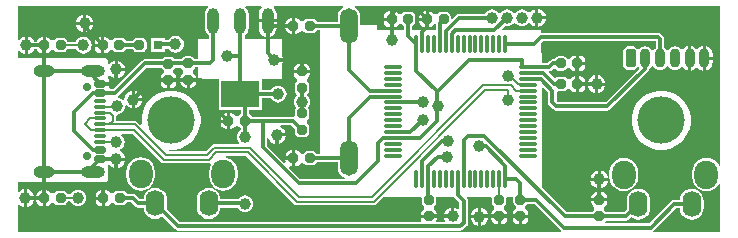
<source format=gtl>
G04 Layer_Physical_Order=1*
G04 Layer_Color=255*
%FSLAX43Y43*%
%MOMM*%
G71*
G01*
G75*
G04:AMPARAMS|DCode=10|XSize=0.8mm|YSize=0.8mm|CornerRadius=0.2mm|HoleSize=0mm|Usage=FLASHONLY|Rotation=90.000|XOffset=0mm|YOffset=0mm|HoleType=Round|Shape=RoundedRectangle|*
%AMROUNDEDRECTD10*
21,1,0.800,0.400,0,0,90.0*
21,1,0.400,0.800,0,0,90.0*
1,1,0.400,0.200,0.200*
1,1,0.400,0.200,-0.200*
1,1,0.400,-0.200,-0.200*
1,1,0.400,-0.200,0.200*
%
%ADD10ROUNDEDRECTD10*%
G04:AMPARAMS|DCode=11|XSize=0.3mm|YSize=1mm|CornerRadius=0.075mm|HoleSize=0mm|Usage=FLASHONLY|Rotation=270.000|XOffset=0mm|YOffset=0mm|HoleType=Round|Shape=RoundedRectangle|*
%AMROUNDEDRECTD11*
21,1,0.300,0.850,0,0,270.0*
21,1,0.150,1.000,0,0,270.0*
1,1,0.150,-0.425,-0.075*
1,1,0.150,-0.425,0.075*
1,1,0.150,0.425,0.075*
1,1,0.150,0.425,-0.075*
%
%ADD11ROUNDEDRECTD11*%
G04:AMPARAMS|DCode=12|XSize=0.6mm|YSize=1mm|CornerRadius=0.15mm|HoleSize=0mm|Usage=FLASHONLY|Rotation=270.000|XOffset=0mm|YOffset=0mm|HoleType=Round|Shape=RoundedRectangle|*
%AMROUNDEDRECTD12*
21,1,0.600,0.700,0,0,270.0*
21,1,0.300,1.000,0,0,270.0*
1,1,0.300,-0.350,-0.150*
1,1,0.300,-0.350,0.150*
1,1,0.300,0.350,0.150*
1,1,0.300,0.350,-0.150*
%
%ADD12ROUNDEDRECTD12*%
G04:AMPARAMS|DCode=13|XSize=0.8mm|YSize=0.8mm|CornerRadius=0.2mm|HoleSize=0mm|Usage=FLASHONLY|Rotation=180.000|XOffset=0mm|YOffset=0mm|HoleType=Round|Shape=RoundedRectangle|*
%AMROUNDEDRECTD13*
21,1,0.800,0.400,0,0,180.0*
21,1,0.400,0.800,0,0,180.0*
1,1,0.400,-0.200,0.200*
1,1,0.400,0.200,0.200*
1,1,0.400,0.200,-0.200*
1,1,0.400,-0.200,-0.200*
%
%ADD13ROUNDEDRECTD13*%
%ADD14R,0.800X0.800*%
%ADD15R,3.200X2.200*%
%ADD16O,1.000X2.200*%
%ADD17O,1.500X3.000*%
%ADD18O,1.600X0.300*%
%ADD19O,0.300X1.600*%
%ADD20C,0.300*%
%ADD21C,0.200*%
%ADD22C,0.700*%
%ADD23O,2.000X1.000*%
%ADD24O,1.800X1.000*%
%ADD25C,4.000*%
%ADD26O,1.600X2.200*%
%ADD27O,2.000X2.400*%
G04:AMPARAMS|DCode=28|XSize=0.9mm|YSize=1.6mm|CornerRadius=0mm|HoleSize=0mm|Usage=FLASHONLY|Rotation=0.000|XOffset=0mm|YOffset=0mm|HoleType=Round|Shape=Octagon|*
%AMOCTAGOND28*
4,1,8,-0.225,0.800,0.225,0.800,0.450,0.575,0.450,-0.575,0.225,-0.800,-0.225,-0.800,-0.450,-0.575,-0.450,0.575,-0.225,0.800,0.0*
%
%ADD28OCTAGOND28*%

%ADD29O,0.900X1.600*%
%ADD30C,1.000*%
%ADD31C,0.600*%
G36*
X53426Y98617D02*
X53396Y98605D01*
X53197Y98453D01*
X53045Y98254D01*
X52949Y98023D01*
X52917Y97775D01*
Y97382D01*
X51126D01*
X51038Y97513D01*
X50906Y97602D01*
X50750Y97633D01*
X50350D01*
X50194Y97602D01*
X50062Y97513D01*
X50003Y97425D01*
X49762D01*
X49677Y97552D01*
X49527Y97653D01*
X49350Y97688D01*
X49277D01*
Y97025D01*
Y96362D01*
X49350D01*
X49527Y96397D01*
X49677Y96498D01*
X49762Y96625D01*
X50003D01*
X50062Y96537D01*
X50194Y96448D01*
X50350Y96417D01*
X50750D01*
X50906Y96448D01*
X51038Y96537D01*
X51126Y96668D01*
X51450D01*
Y86182D01*
X51126D01*
X51038Y86313D01*
X50906Y86402D01*
X50750Y86433D01*
X50350D01*
X50194Y86402D01*
X50062Y86313D01*
X50003Y86225D01*
X49762D01*
X49677Y86352D01*
X49527Y86453D01*
X49350Y86488D01*
X49277D01*
Y85825D01*
Y85162D01*
X49350D01*
X49527Y85197D01*
X49677Y85298D01*
X49762Y85425D01*
X50003D01*
X50062Y85337D01*
X50194Y85248D01*
X50350Y85217D01*
X50750D01*
X50906Y85248D01*
X51038Y85337D01*
X51126Y85468D01*
X52917D01*
Y85075D01*
X52949Y84827D01*
X53045Y84596D01*
X53197Y84397D01*
X53396Y84245D01*
X53544Y84184D01*
X53519Y84057D01*
X49748D01*
X48769Y85036D01*
X48772Y85068D01*
X48910Y85170D01*
X48950Y85162D01*
X49023D01*
Y85698D01*
X48487D01*
Y85625D01*
X48495Y85585D01*
X48393Y85447D01*
X48361Y85444D01*
X46907Y86898D01*
Y87533D01*
X47034Y87559D01*
X47091Y87420D01*
X47212Y87262D01*
X47370Y87141D01*
X47553Y87065D01*
X47623Y87056D01*
Y87800D01*
X47750D01*
Y87927D01*
X48494D01*
X48485Y87997D01*
X48409Y88180D01*
X48288Y88338D01*
X48130Y88459D01*
X48052Y88491D01*
X48077Y88618D01*
X48989D01*
X49276Y88331D01*
Y88028D01*
X49307Y87872D01*
X49396Y87740D01*
X49528Y87651D01*
X49684Y87620D01*
X50084D01*
X50240Y87651D01*
X50372Y87740D01*
X50461Y87872D01*
X50492Y88028D01*
Y88428D01*
X50461Y88584D01*
X50372Y88716D01*
X50284Y88775D01*
Y89081D01*
X50372Y89140D01*
X50461Y89272D01*
X50492Y89428D01*
Y89828D01*
X50461Y89984D01*
X50379Y90107D01*
X50486Y90247D01*
X50557Y90417D01*
X50581Y90600D01*
X50557Y90783D01*
X50486Y90953D01*
X50374Y91099D01*
X50345Y91122D01*
X50350Y91278D01*
X50363Y91287D01*
X50452Y91419D01*
X50483Y91575D01*
Y91975D01*
X50452Y92131D01*
X50363Y92263D01*
X50275Y92322D01*
Y92563D01*
X50402Y92648D01*
X50503Y92798D01*
X50538Y92975D01*
Y93048D01*
X49212D01*
Y92975D01*
X49247Y92798D01*
X49348Y92648D01*
X49475Y92563D01*
Y92322D01*
X49387Y92263D01*
X49298Y92131D01*
X49267Y91975D01*
Y91575D01*
X49298Y91419D01*
X49387Y91287D01*
X49421Y91264D01*
X49425Y91137D01*
X49376Y91099D01*
X49264Y90953D01*
X49193Y90783D01*
X49169Y90600D01*
X49193Y90417D01*
X49264Y90247D01*
X49376Y90101D01*
X49382Y90096D01*
X49307Y89984D01*
X49276Y89828D01*
Y89434D01*
X49275Y89427D01*
X49167Y89326D01*
X49137Y89332D01*
X45626D01*
X45538Y89463D01*
X45407Y89551D01*
Y89950D01*
X46475D01*
Y90893D01*
X47266D01*
X47376Y90751D01*
X47522Y90639D01*
X47692Y90568D01*
X47875Y90544D01*
X48058Y90568D01*
X48228Y90639D01*
X48374Y90751D01*
X48486Y90897D01*
X48557Y91067D01*
X48581Y91250D01*
X48557Y91433D01*
X48486Y91603D01*
X48374Y91749D01*
X48228Y91861D01*
X48058Y91932D01*
X47875Y91956D01*
X47692Y91932D01*
X47522Y91861D01*
X47376Y91749D01*
X47266Y91607D01*
X46475D01*
Y92550D01*
X46602Y92550D01*
X48231D01*
Y93909D01*
X48260Y93978D01*
X48286Y94175D01*
X48260Y94372D01*
X48231Y94441D01*
Y95950D01*
X45032D01*
Y96241D01*
X45174Y96351D01*
X45286Y96497D01*
X45357Y96667D01*
X45381Y96850D01*
Y98050D01*
X45357Y98233D01*
X45286Y98403D01*
X45174Y98549D01*
X45086Y98617D01*
X45129Y98744D01*
X46432D01*
X46476Y98617D01*
X46437Y98588D01*
X46316Y98430D01*
X46240Y98247D01*
X46214Y98050D01*
Y97577D01*
X47736D01*
Y98050D01*
X47710Y98247D01*
X47634Y98430D01*
X47513Y98588D01*
X47474Y98617D01*
X47518Y98744D01*
X53400D01*
X53426Y98617D01*
D02*
G37*
G36*
X85319Y85228D02*
X85192Y85203D01*
X85174Y85246D01*
X84982Y85497D01*
X84731Y85689D01*
X84439Y85810D01*
X84126Y85851D01*
X83813Y85810D01*
X83521Y85689D01*
X83270Y85497D01*
X83078Y85246D01*
X82957Y84954D01*
X82916Y84641D01*
Y84241D01*
X82957Y83928D01*
X83078Y83636D01*
X83270Y83385D01*
X83521Y83193D01*
X83813Y83072D01*
X84126Y83031D01*
X84439Y83072D01*
X84731Y83193D01*
X84982Y83385D01*
X85174Y83636D01*
X85192Y83679D01*
X85319Y83654D01*
Y79556D01*
X79669D01*
X79630Y79683D01*
X79652Y79698D01*
X81539Y81584D01*
X81875D01*
X81902Y81380D01*
X82003Y81137D01*
X82163Y80928D01*
X82372Y80768D01*
X82615Y80667D01*
X82876Y80632D01*
X83137Y80667D01*
X83380Y80768D01*
X83589Y80928D01*
X83749Y81137D01*
X83850Y81380D01*
X83885Y81641D01*
Y82241D01*
X83850Y82502D01*
X83749Y82745D01*
X83589Y82954D01*
X83380Y83115D01*
X83137Y83215D01*
X82876Y83250D01*
X82615Y83215D01*
X82372Y83115D01*
X82163Y82954D01*
X82003Y82745D01*
X81902Y82502D01*
X81875Y82298D01*
X81391D01*
X81254Y82271D01*
X81139Y82193D01*
X79252Y80307D01*
X75609D01*
X75579Y80352D01*
X75553Y80434D01*
X75626Y80543D01*
X77335D01*
X77472Y80570D01*
X77587Y80648D01*
X77779Y80839D01*
X77872Y80768D01*
X78115Y80667D01*
X78376Y80632D01*
X78637Y80667D01*
X78880Y80768D01*
X79089Y80928D01*
X79249Y81137D01*
X79350Y81380D01*
X79385Y81641D01*
Y82241D01*
X79350Y82502D01*
X79249Y82745D01*
X79089Y82954D01*
X78880Y83115D01*
X78637Y83215D01*
X78376Y83250D01*
X78115Y83215D01*
X77872Y83115D01*
X77663Y82954D01*
X77503Y82745D01*
X77402Y82502D01*
X77367Y82241D01*
Y81641D01*
X77391Y81461D01*
X77187Y81257D01*
X75626D01*
X75538Y81388D01*
X75450Y81447D01*
Y81688D01*
X75577Y81773D01*
X75678Y81923D01*
X75713Y82100D01*
Y82173D01*
X74387D01*
Y82100D01*
X74422Y81923D01*
X74523Y81773D01*
X74650Y81688D01*
Y81447D01*
X74562Y81388D01*
X74474Y81257D01*
X72298D01*
X70222Y83333D01*
X70176Y91802D01*
X70293Y91851D01*
X70730Y91414D01*
Y90563D01*
X70757Y90426D01*
X70835Y90311D01*
X71173Y89973D01*
X71288Y89895D01*
X71425Y89868D01*
X75750D01*
X75887Y89895D01*
X76002Y89973D01*
X79202Y93173D01*
X79280Y93288D01*
X79302Y93401D01*
X79414Y93486D01*
X79503Y93603D01*
X79575Y93614D01*
X79647Y93603D01*
X79736Y93486D01*
X79872Y93382D01*
X80030Y93317D01*
X80200Y93294D01*
X80370Y93317D01*
X80528Y93382D01*
X80664Y93486D01*
X80753Y93603D01*
X80825Y93614D01*
X80897Y93603D01*
X80986Y93486D01*
X81122Y93382D01*
X81280Y93317D01*
X81450Y93294D01*
X81620Y93317D01*
X81778Y93382D01*
X81914Y93486D01*
X81965Y93553D01*
X81988Y93561D01*
X82120Y93550D01*
X82198Y93448D01*
X82345Y93335D01*
X82516Y93264D01*
X82573Y93257D01*
Y94300D01*
Y95343D01*
X82516Y95336D01*
X82345Y95265D01*
X82198Y95152D01*
X82120Y95050D01*
X81988Y95039D01*
X81965Y95047D01*
X81914Y95114D01*
X81778Y95218D01*
X81620Y95283D01*
X81450Y95306D01*
X81280Y95283D01*
X81122Y95218D01*
X80986Y95114D01*
X80897Y94997D01*
X80825Y94986D01*
X80753Y94997D01*
X80664Y95114D01*
X80557Y95195D01*
Y95900D01*
X80530Y96037D01*
X80452Y96152D01*
X80252Y96352D01*
X80137Y96430D01*
X80000Y96457D01*
X70151D01*
X70150Y96650D01*
X66836D01*
X66787Y96767D01*
X67062Y97042D01*
X67240Y97019D01*
X67423Y97043D01*
X67593Y97114D01*
X67739Y97226D01*
X67796Y97300D01*
X67954D01*
X68011Y97226D01*
X68157Y97114D01*
X68327Y97043D01*
X68510Y97019D01*
X68693Y97043D01*
X68863Y97114D01*
X69009Y97226D01*
X69031Y97254D01*
X69191D01*
X69242Y97187D01*
X69400Y97066D01*
X69583Y96990D01*
X69653Y96981D01*
Y97725D01*
Y98469D01*
X69583Y98460D01*
X69400Y98384D01*
X69242Y98263D01*
X69191Y98196D01*
X69031D01*
X69009Y98224D01*
X68863Y98336D01*
X68693Y98407D01*
X68510Y98431D01*
X68327Y98407D01*
X68157Y98336D01*
X68011Y98224D01*
X67954Y98150D01*
X67796D01*
X67739Y98224D01*
X67593Y98336D01*
X67423Y98407D01*
X67240Y98431D01*
X67057Y98407D01*
X66887Y98336D01*
X66741Y98224D01*
X66684Y98150D01*
X66526D01*
X66469Y98224D01*
X66323Y98336D01*
X66153Y98407D01*
X65970Y98431D01*
X65787Y98407D01*
X65617Y98336D01*
X65471Y98224D01*
X65362Y98082D01*
X63200D01*
X63063Y98055D01*
X62948Y97977D01*
X62600Y97630D01*
X62483Y97678D01*
Y97800D01*
X62452Y97956D01*
X62363Y98088D01*
X62231Y98177D01*
X62075Y98208D01*
X61675D01*
X61519Y98177D01*
X61387Y98088D01*
X61328Y98000D01*
X61087D01*
X61002Y98127D01*
X60852Y98228D01*
X60675Y98263D01*
X60602D01*
Y97600D01*
Y96937D01*
X60675D01*
X60852Y96972D01*
X61002Y97073D01*
X61087Y97200D01*
X61218D01*
Y96650D01*
X59232D01*
Y97024D01*
X59363Y97112D01*
X59452Y97244D01*
X59483Y97400D01*
Y97800D01*
X59452Y97956D01*
X59363Y98088D01*
X59231Y98177D01*
X59075Y98208D01*
X58675D01*
X58519Y98177D01*
X58387Y98088D01*
X58328Y98000D01*
X58087D01*
X58002Y98127D01*
X57852Y98228D01*
X57675Y98263D01*
X57602D01*
Y97600D01*
Y96937D01*
X57675D01*
X57852Y96972D01*
X58002Y97073D01*
X58087Y97200D01*
X58328D01*
X58387Y97112D01*
X58518Y97024D01*
Y96650D01*
X56275D01*
X56250Y96660D01*
Y97125D01*
X54833D01*
Y97775D01*
X54801Y98023D01*
X54705Y98254D01*
X54553Y98453D01*
X54354Y98605D01*
X54324Y98617D01*
X54350Y98744D01*
X85319D01*
Y85228D01*
D02*
G37*
G36*
X79843Y95195D02*
X79736Y95114D01*
X79647Y94997D01*
X79575Y94986D01*
X79503Y94997D01*
X79414Y95114D01*
X79278Y95218D01*
X79120Y95283D01*
X78950Y95306D01*
X78780Y95283D01*
X78622Y95218D01*
X78486Y95114D01*
X78443Y95057D01*
X78279Y95046D01*
X78025Y95300D01*
X77375D01*
X77050Y94975D01*
Y93625D01*
X77375Y93300D01*
X78025D01*
X78270Y93545D01*
X78395Y93527D01*
X78438Y93417D01*
X75602Y90582D01*
X71573D01*
X71444Y90711D01*
Y91423D01*
X71542Y91504D01*
X71600Y91492D01*
X72000D01*
X72156Y91523D01*
X72288Y91612D01*
X72347Y91700D01*
X72588D01*
X72673Y91573D01*
X72823Y91472D01*
X73000Y91437D01*
X73073D01*
Y92100D01*
Y92763D01*
X73000D01*
X72823Y92728D01*
X72673Y92627D01*
X72588Y92500D01*
X72347D01*
X72288Y92588D01*
X72156Y92677D01*
X72000Y92708D01*
X71600D01*
X71444Y92677D01*
X71312Y92588D01*
X71276Y92585D01*
X70784Y93077D01*
X70840Y93201D01*
X70937Y93220D01*
X71052Y93298D01*
X71163Y93408D01*
X71289Y93395D01*
X71312Y93362D01*
X71444Y93273D01*
X71600Y93242D01*
X72000D01*
X72156Y93273D01*
X72288Y93362D01*
X72347Y93450D01*
X72588D01*
X72673Y93323D01*
X72823Y93222D01*
X73000Y93187D01*
X73073D01*
Y93850D01*
Y94513D01*
X73000D01*
X72823Y94478D01*
X72673Y94377D01*
X72588Y94250D01*
X72347D01*
X72288Y94338D01*
X72156Y94427D01*
X72000Y94458D01*
X71600D01*
X71444Y94427D01*
X71312Y94338D01*
X71224Y94207D01*
X71100D01*
X70963Y94180D01*
X70848Y94102D01*
X70652Y93907D01*
X70165D01*
X70156Y95601D01*
X70298Y95743D01*
X79843D01*
Y95195D01*
D02*
G37*
G36*
X41964Y98617D02*
X41876Y98549D01*
X41764Y98403D01*
X41693Y98233D01*
X41669Y98050D01*
Y96850D01*
X41693Y96667D01*
X41764Y96497D01*
X41876Y96351D01*
X42018Y96241D01*
Y95950D01*
X41119D01*
Y94257D01*
X40793D01*
X40738Y94338D01*
X40606Y94427D01*
X40450Y94458D01*
X40050D01*
X39894Y94427D01*
X39762Y94338D01*
X39674Y94207D01*
X39135D01*
X39063Y94313D01*
X38931Y94402D01*
X38775Y94433D01*
X38375D01*
X38219Y94402D01*
X38087Y94313D01*
X38015Y94207D01*
X36575D01*
X36438Y94180D01*
X36323Y94102D01*
X33927Y91707D01*
X33618D01*
X33550Y91834D01*
X33556Y91842D01*
X33587Y92000D01*
Y92300D01*
X33556Y92458D01*
X33466Y92591D01*
X33450Y92602D01*
Y92815D01*
X33577Y92858D01*
X33612Y92812D01*
X33770Y92691D01*
X33953Y92615D01*
X34023Y92606D01*
Y93350D01*
Y94094D01*
X33953Y94085D01*
X33770Y94009D01*
X33612Y93888D01*
X33577Y93842D01*
X33450Y93885D01*
Y94175D01*
X33312Y94313D01*
X25806D01*
Y94923D01*
X25933Y94966D01*
X26012Y94862D01*
X26170Y94741D01*
X26353Y94665D01*
X26423Y94656D01*
Y95400D01*
Y96144D01*
X26353Y96135D01*
X26170Y96059D01*
X26012Y95938D01*
X25933Y95834D01*
X25806Y95877D01*
Y98744D01*
X41921D01*
X41964Y98617D01*
D02*
G37*
G36*
X41119Y92550D02*
X42748D01*
X42875Y92550D01*
Y89950D01*
X44693D01*
Y89551D01*
X44562Y89463D01*
X44503Y89375D01*
X44262D01*
X44177Y89502D01*
X44027Y89603D01*
X43850Y89638D01*
X43777D01*
Y88975D01*
Y88312D01*
X43850D01*
X44027Y88347D01*
X44177Y88448D01*
X44262Y88575D01*
X44503D01*
X44562Y88487D01*
X44693Y88399D01*
Y88233D01*
X44551Y88124D01*
X44439Y87978D01*
X44368Y87808D01*
X44344Y87625D01*
X44368Y87442D01*
X44439Y87272D01*
X44532Y87150D01*
X44494Y87023D01*
X42467D01*
X42467Y87023D01*
X42350Y87000D01*
X42251Y86933D01*
X41731Y86414D01*
X38544D01*
X38536Y86427D01*
X38538Y86439D01*
X38610Y86550D01*
X38800Y86550D01*
X38800Y86550D01*
X39046D01*
X39529Y86646D01*
X39984Y86835D01*
X40394Y87108D01*
X40742Y87456D01*
X41015Y87866D01*
X41204Y88321D01*
X41300Y88804D01*
Y89050D01*
X41300Y89050D01*
X41300Y89296D01*
X41204Y89779D01*
X41015Y90234D01*
X40742Y90644D01*
X40394Y90992D01*
X39984Y91266D01*
X39529Y91454D01*
X39046Y91550D01*
X38800Y91550D01*
X38800Y91550D01*
Y91550D01*
X38554Y91550D01*
X38071Y91454D01*
X37616Y91266D01*
X37206Y90992D01*
X36858Y90644D01*
X36584Y90234D01*
X36396Y89779D01*
X36300Y89296D01*
X36300Y89050D01*
X36300Y88804D01*
X36315Y88731D01*
X36203Y88671D01*
X35957Y88916D01*
X35858Y88983D01*
X35741Y89006D01*
X35741Y89006D01*
X34181D01*
Y89423D01*
X34181Y89425D01*
X34183Y89437D01*
X34284Y89559D01*
X34384Y89572D01*
X34555Y89643D01*
X34701Y89755D01*
X34813Y89901D01*
X34884Y90072D01*
X34908Y90254D01*
X34908Y90255D01*
X35029Y90305D01*
X35062Y90262D01*
X35220Y90141D01*
X35403Y90065D01*
X35473Y90056D01*
Y90800D01*
Y91544D01*
X35403Y91535D01*
X35220Y91459D01*
X35062Y91338D01*
X34941Y91180D01*
X34865Y90997D01*
X34839Y90800D01*
X34842Y90778D01*
X34721Y90728D01*
X34701Y90754D01*
X34555Y90866D01*
X34384Y90936D01*
X34326Y90944D01*
X34295Y91076D01*
X34327Y91098D01*
X36723Y93493D01*
X37993D01*
X37998Y93469D01*
X38087Y93337D01*
X38175Y93278D01*
Y93037D01*
X38048Y92952D01*
X37947Y92802D01*
X37912Y92625D01*
Y92552D01*
X38575D01*
X39238D01*
Y92625D01*
X39203Y92802D01*
X39102Y92952D01*
X38975Y93037D01*
Y93278D01*
X39063Y93337D01*
X39152Y93469D01*
X39157Y93493D01*
X39674D01*
X39762Y93362D01*
X39850Y93303D01*
Y93062D01*
X39723Y92977D01*
X39622Y92827D01*
X39587Y92650D01*
Y92577D01*
X40250D01*
X40913D01*
Y92650D01*
X40878Y92827D01*
X40777Y92977D01*
X40650Y93062D01*
Y93303D01*
X40738Y93362D01*
X40827Y93494D01*
X40837Y93543D01*
X41119D01*
Y92550D01*
D02*
G37*
G36*
X37951Y85492D02*
X37951Y85492D01*
X38050Y85425D01*
X38167Y85402D01*
X42024D01*
X42024Y85402D01*
X42103Y85418D01*
X42182Y85312D01*
X42177Y85305D01*
X42056Y85013D01*
X42015Y84700D01*
Y84300D01*
X42056Y83987D01*
X42177Y83695D01*
X42369Y83444D01*
X42620Y83252D01*
X42912Y83131D01*
X43225Y83090D01*
X43538Y83131D01*
X43830Y83252D01*
X44081Y83444D01*
X44273Y83695D01*
X44394Y83987D01*
X44435Y84300D01*
Y84700D01*
X44394Y85013D01*
X44273Y85305D01*
X44081Y85556D01*
X43830Y85748D01*
X43538Y85869D01*
X43423Y85884D01*
X43431Y86011D01*
X45156D01*
X49234Y81934D01*
X49333Y81867D01*
X49450Y81844D01*
X55941D01*
X55941Y81844D01*
X56058Y81867D01*
X56157Y81934D01*
X56773Y82550D01*
X59976D01*
X60017Y82500D01*
Y82100D01*
X60048Y81944D01*
X60137Y81812D01*
X60225Y81753D01*
Y81512D01*
X60098Y81427D01*
X59997Y81277D01*
X59962Y81100D01*
Y81027D01*
X60625D01*
X61288D01*
Y81100D01*
X61253Y81277D01*
X61152Y81427D01*
X61025Y81512D01*
Y81753D01*
X61113Y81812D01*
X61202Y81944D01*
X61233Y82100D01*
Y82500D01*
X61274Y82550D01*
X62743D01*
X62745Y82538D01*
X62823Y82423D01*
X63218Y82027D01*
Y81575D01*
X63091Y81512D01*
X63030Y81559D01*
X62847Y81635D01*
X62777Y81644D01*
Y80900D01*
X62650D01*
Y80773D01*
X61906D01*
X61915Y80703D01*
X61986Y80534D01*
X61946Y80428D01*
X61936Y80407D01*
X61310D01*
X61259Y80502D01*
X61255Y80534D01*
X61288Y80700D01*
Y80773D01*
X60625D01*
X59962D01*
Y80700D01*
X59995Y80534D01*
X59991Y80502D01*
X59940Y80407D01*
X39573D01*
X38460Y81520D01*
X38484Y81700D01*
Y82300D01*
X38449Y82561D01*
X38348Y82804D01*
X38188Y83013D01*
X37979Y83174D01*
X37736Y83274D01*
X37475Y83309D01*
X37214Y83274D01*
X36971Y83174D01*
X36762Y83013D01*
X36602Y82804D01*
X36501Y82561D01*
X36474Y82357D01*
X36148D01*
X35802Y82702D01*
X35687Y82780D01*
X35550Y82807D01*
X35051D01*
X34963Y82938D01*
X34831Y83027D01*
X34675Y83058D01*
X34275D01*
X34119Y83027D01*
X33987Y82938D01*
X33928Y82850D01*
X33687D01*
X33602Y82977D01*
X33452Y83078D01*
X33275Y83113D01*
X33202D01*
Y82450D01*
Y81787D01*
X33275D01*
X33452Y81822D01*
X33602Y81923D01*
X33687Y82050D01*
X33928D01*
X33987Y81962D01*
X34119Y81873D01*
X34275Y81842D01*
X34675D01*
X34831Y81873D01*
X34963Y81962D01*
X35051Y82093D01*
X35402D01*
X35748Y81748D01*
X35863Y81670D01*
X36000Y81643D01*
X36474D01*
X36501Y81439D01*
X36602Y81196D01*
X36762Y80987D01*
X36971Y80826D01*
X37214Y80726D01*
X37475Y80691D01*
X37736Y80726D01*
X37979Y80826D01*
X38072Y80898D01*
X39173Y79798D01*
X39288Y79720D01*
X39425Y79693D01*
X63300D01*
X63437Y79720D01*
X63552Y79798D01*
X63827Y80073D01*
X63905Y80188D01*
X63932Y80325D01*
Y82175D01*
X63905Y82312D01*
X63830Y82423D01*
X63841Y82479D01*
X63871Y82550D01*
X65926D01*
X65967Y82500D01*
Y82100D01*
X65998Y81944D01*
X66087Y81812D01*
X66175Y81753D01*
Y81512D01*
X66048Y81427D01*
X65947Y81277D01*
X65912Y81100D01*
Y81027D01*
X66575D01*
X67238D01*
Y81100D01*
X67203Y81277D01*
X67102Y81427D01*
X66975Y81512D01*
Y81753D01*
X67063Y81812D01*
X67152Y81944D01*
X67183Y82100D01*
Y82500D01*
X67224Y82550D01*
X67726D01*
X67767Y82500D01*
Y82100D01*
X67798Y81944D01*
X67887Y81812D01*
X67975Y81753D01*
Y81512D01*
X67848Y81427D01*
X67747Y81277D01*
X67712Y81100D01*
Y81027D01*
X68375D01*
X69038D01*
Y81100D01*
X69003Y81277D01*
X68902Y81427D01*
X68775Y81512D01*
Y81753D01*
X68863Y81812D01*
X68951Y81943D01*
X69577D01*
X71823Y79698D01*
X71845Y79683D01*
X71806Y79556D01*
X25806D01*
Y81862D01*
X25933Y81896D01*
X26070Y81791D01*
X26253Y81715D01*
X26323Y81706D01*
Y82450D01*
Y83194D01*
X26253Y83185D01*
X26070Y83109D01*
X25933Y83004D01*
X25806Y83038D01*
Y83800D01*
X33450Y83800D01*
Y84532D01*
X33466Y84650D01*
X33450Y84768D01*
Y85215D01*
X33564Y85279D01*
X33593Y85270D01*
X33637Y85212D01*
X33795Y85091D01*
X33978Y85015D01*
X34048Y85006D01*
Y85750D01*
X34175D01*
Y85877D01*
X34919D01*
X34910Y85947D01*
X34834Y86130D01*
X34713Y86288D01*
X34555Y86409D01*
X34490Y86435D01*
X34490Y86573D01*
X34528Y86589D01*
X34674Y86701D01*
X34786Y86847D01*
X34857Y87017D01*
X34881Y87200D01*
X34857Y87383D01*
X34786Y87553D01*
X34674Y87699D01*
X34586Y87767D01*
X34629Y87894D01*
X35548D01*
X37951Y85492D01*
D02*
G37*
%LPC*%
G36*
X49023Y97688D02*
X48950D01*
X48773Y97653D01*
X48623Y97552D01*
X48522Y97402D01*
X48487Y97225D01*
Y97152D01*
X49023D01*
Y97688D01*
D02*
G37*
G36*
Y96898D02*
X48487D01*
Y96825D01*
X48522Y96648D01*
X48623Y96498D01*
X48773Y96397D01*
X48950Y96362D01*
X49023D01*
Y96898D01*
D02*
G37*
G36*
X47736Y97323D02*
X47102D01*
Y96106D01*
X47172Y96115D01*
X47355Y96191D01*
X47513Y96312D01*
X47634Y96470D01*
X47710Y96653D01*
X47736Y96850D01*
Y97323D01*
D02*
G37*
G36*
X46848D02*
X46214D01*
Y96850D01*
X46240Y96653D01*
X46316Y96470D01*
X46437Y96312D01*
X46595Y96191D01*
X46778Y96115D01*
X46848Y96106D01*
Y97323D01*
D02*
G37*
G36*
X50075Y93838D02*
X50002D01*
Y93302D01*
X50538D01*
Y93375D01*
X50503Y93552D01*
X50402Y93702D01*
X50252Y93803D01*
X50075Y93838D01*
D02*
G37*
G36*
X49748D02*
X49675D01*
X49498Y93803D01*
X49348Y93702D01*
X49247Y93552D01*
X49212Y93375D01*
Y93302D01*
X49748D01*
Y93838D01*
D02*
G37*
G36*
X48494Y87673D02*
X47877D01*
Y87056D01*
X47947Y87065D01*
X48130Y87141D01*
X48288Y87262D01*
X48409Y87420D01*
X48485Y87603D01*
X48494Y87673D01*
D02*
G37*
G36*
X49023Y86488D02*
X48950D01*
X48773Y86453D01*
X48623Y86352D01*
X48522Y86202D01*
X48487Y86025D01*
Y85952D01*
X49023D01*
Y86488D01*
D02*
G37*
G36*
X69907Y98469D02*
Y97852D01*
X70524D01*
X70515Y97922D01*
X70439Y98105D01*
X70318Y98263D01*
X70160Y98384D01*
X69977Y98460D01*
X69907Y98469D01*
D02*
G37*
G36*
X57348Y98263D02*
X57275D01*
X57098Y98228D01*
X56948Y98127D01*
X56847Y97977D01*
X56812Y97800D01*
Y97727D01*
X57348D01*
Y98263D01*
D02*
G37*
G36*
X60348D02*
X60275D01*
X60098Y98228D01*
X59948Y98127D01*
X59847Y97977D01*
X59812Y97800D01*
Y97727D01*
X60348D01*
Y98263D01*
D02*
G37*
G36*
X70524Y97598D02*
X69907D01*
Y96981D01*
X69977Y96990D01*
X70160Y97066D01*
X70318Y97187D01*
X70439Y97345D01*
X70515Y97528D01*
X70524Y97598D01*
D02*
G37*
G36*
X60348Y97473D02*
X59812D01*
Y97400D01*
X59847Y97223D01*
X59948Y97073D01*
X60098Y96972D01*
X60275Y96937D01*
X60348D01*
Y97473D01*
D02*
G37*
G36*
X57348Y97473D02*
X56812D01*
Y97400D01*
X56847Y97223D01*
X56948Y97073D01*
X57098Y96972D01*
X57275Y96937D01*
X57348D01*
Y97473D01*
D02*
G37*
G36*
X83823Y95343D02*
X83766Y95336D01*
X83595Y95265D01*
X83448Y95152D01*
X83405Y95096D01*
X83245D01*
X83202Y95152D01*
X83055Y95265D01*
X82884Y95336D01*
X82827Y95343D01*
Y94300D01*
Y93257D01*
X82884Y93264D01*
X83055Y93335D01*
X83202Y93448D01*
X83245Y93504D01*
X83405D01*
X83448Y93448D01*
X83595Y93335D01*
X83766Y93264D01*
X83823Y93257D01*
Y94300D01*
Y95343D01*
D02*
G37*
G36*
X84077D02*
Y94427D01*
X84660D01*
Y94650D01*
X84636Y94834D01*
X84565Y95005D01*
X84452Y95152D01*
X84305Y95265D01*
X84134Y95336D01*
X84077Y95343D01*
D02*
G37*
G36*
X84660Y94173D02*
X84077D01*
Y93257D01*
X84134Y93264D01*
X84305Y93335D01*
X84452Y93448D01*
X84565Y93595D01*
X84636Y93766D01*
X84660Y93950D01*
Y94173D01*
D02*
G37*
G36*
X80054Y91550D02*
X79571Y91454D01*
X79116Y91266D01*
X78706Y90992D01*
X78358Y90644D01*
X78084Y90234D01*
X77896Y89779D01*
X77800Y89296D01*
X77800Y89050D01*
X77800Y88804D01*
X77896Y88321D01*
X78085Y87866D01*
X78358Y87456D01*
X78706Y87108D01*
X79116Y86835D01*
X79571Y86646D01*
X80054Y86550D01*
X80300Y86550D01*
X80300Y86550D01*
X80546D01*
X81029Y86646D01*
X81484Y86835D01*
X81894Y87108D01*
X82242Y87456D01*
X82515Y87866D01*
X82704Y88321D01*
X82800Y88804D01*
Y89050D01*
X82800Y89050D01*
X82800Y89296D01*
X82704Y89779D01*
X82515Y90234D01*
X82242Y90644D01*
X81894Y90992D01*
X81484Y91266D01*
X81029Y91454D01*
X80546Y91550D01*
X80300Y91550D01*
X80300Y91550D01*
Y91550D01*
X80054Y91550D01*
D02*
G37*
G36*
X75177Y84794D02*
Y84177D01*
X75794D01*
X75785Y84247D01*
X75709Y84430D01*
X75588Y84588D01*
X75430Y84709D01*
X75247Y84785D01*
X75177Y84794D01*
D02*
G37*
G36*
X74923D02*
X74853Y84785D01*
X74670Y84709D01*
X74512Y84588D01*
X74391Y84430D01*
X74315Y84247D01*
X74306Y84177D01*
X74923D01*
Y84794D01*
D02*
G37*
G36*
X75794Y83923D02*
X75177D01*
Y83306D01*
X75247Y83315D01*
X75430Y83391D01*
X75588Y83512D01*
X75709Y83670D01*
X75785Y83853D01*
X75794Y83923D01*
D02*
G37*
G36*
X74923D02*
X74306D01*
X74315Y83853D01*
X74391Y83670D01*
X74512Y83512D01*
X74670Y83391D01*
X74853Y83315D01*
X74923Y83306D01*
Y83923D01*
D02*
G37*
G36*
X77126Y85851D02*
X76813Y85810D01*
X76521Y85689D01*
X76270Y85497D01*
X76078Y85246D01*
X75957Y84954D01*
X75916Y84641D01*
Y84241D01*
X75957Y83928D01*
X76078Y83636D01*
X76270Y83385D01*
X76521Y83193D01*
X76813Y83072D01*
X77126Y83031D01*
X77439Y83072D01*
X77731Y83193D01*
X77982Y83385D01*
X78174Y83636D01*
X78295Y83928D01*
X78336Y84241D01*
Y84641D01*
X78295Y84954D01*
X78174Y85246D01*
X77982Y85497D01*
X77731Y85689D01*
X77439Y85810D01*
X77126Y85851D01*
D02*
G37*
G36*
X75250Y82963D02*
X75177D01*
Y82427D01*
X75713D01*
Y82500D01*
X75678Y82677D01*
X75577Y82827D01*
X75427Y82928D01*
X75250Y82963D01*
D02*
G37*
G36*
X74923D02*
X74850D01*
X74673Y82928D01*
X74523Y82827D01*
X74422Y82677D01*
X74387Y82500D01*
Y82427D01*
X74923D01*
Y82963D01*
D02*
G37*
G36*
X73400Y94513D02*
X73327D01*
Y93977D01*
X73863D01*
Y94050D01*
X73828Y94227D01*
X73727Y94377D01*
X73577Y94478D01*
X73400Y94513D01*
D02*
G37*
G36*
X73863Y93723D02*
X73327D01*
Y93187D01*
X73400D01*
X73577Y93222D01*
X73727Y93323D01*
X73828Y93473D01*
X73863Y93650D01*
Y93723D01*
D02*
G37*
G36*
X74952Y92844D02*
Y92227D01*
X75569D01*
X75560Y92297D01*
X75484Y92480D01*
X75363Y92638D01*
X75205Y92759D01*
X75022Y92835D01*
X74952Y92844D01*
D02*
G37*
G36*
X74698D02*
X74628Y92835D01*
X74445Y92759D01*
X74287Y92638D01*
X74166Y92480D01*
X74090Y92297D01*
X74081Y92227D01*
X74698D01*
Y92844D01*
D02*
G37*
G36*
X73400Y92763D02*
X73327D01*
Y92227D01*
X73863D01*
Y92300D01*
X73828Y92477D01*
X73727Y92627D01*
X73577Y92728D01*
X73400Y92763D01*
D02*
G37*
G36*
X73863Y91973D02*
X73327D01*
Y91437D01*
X73400D01*
X73577Y91472D01*
X73727Y91573D01*
X73828Y91723D01*
X73863Y91900D01*
Y91973D01*
D02*
G37*
G36*
X75569Y91973D02*
X74952D01*
Y91356D01*
X75022Y91365D01*
X75205Y91441D01*
X75363Y91562D01*
X75484Y91720D01*
X75560Y91903D01*
X75569Y91973D01*
D02*
G37*
G36*
X74698D02*
X74081D01*
X74090Y91903D01*
X74166Y91720D01*
X74287Y91562D01*
X74445Y91441D01*
X74628Y91365D01*
X74698Y91356D01*
Y91973D01*
D02*
G37*
G36*
X31602Y97994D02*
Y97377D01*
X32219D01*
X32210Y97447D01*
X32134Y97630D01*
X32013Y97788D01*
X31855Y97909D01*
X31672Y97985D01*
X31602Y97994D01*
D02*
G37*
G36*
X31348D02*
X31278Y97985D01*
X31095Y97909D01*
X30937Y97788D01*
X30816Y97630D01*
X30740Y97447D01*
X30731Y97377D01*
X31348D01*
Y97994D01*
D02*
G37*
G36*
X32219Y97123D02*
X31602D01*
Y96506D01*
X31672Y96515D01*
X31855Y96591D01*
X32013Y96712D01*
X32134Y96870D01*
X32210Y97053D01*
X32219Y97123D01*
D02*
G37*
G36*
X31348D02*
X30731D01*
X30740Y97053D01*
X30816Y96870D01*
X30937Y96712D01*
X31095Y96591D01*
X31278Y96515D01*
X31348Y96506D01*
Y97123D01*
D02*
G37*
G36*
X39175Y96181D02*
X38992Y96157D01*
X38822Y96086D01*
X38676Y95974D01*
X38567Y95832D01*
X38325D01*
Y96000D01*
X37125D01*
Y94800D01*
X38325D01*
Y95118D01*
X38567D01*
X38676Y94976D01*
X38822Y94864D01*
X38992Y94793D01*
X39175Y94769D01*
X39358Y94793D01*
X39528Y94864D01*
X39674Y94976D01*
X39786Y95122D01*
X39857Y95292D01*
X39881Y95475D01*
X39857Y95658D01*
X39786Y95828D01*
X39674Y95974D01*
X39528Y96086D01*
X39358Y96157D01*
X39175Y96181D01*
D02*
G37*
G36*
X31375Y96106D02*
X31192Y96082D01*
X31022Y96011D01*
X30876Y95899D01*
X30764Y95753D01*
X30744Y95706D01*
X30037D01*
X30027Y95756D01*
X29938Y95888D01*
X29806Y95977D01*
X29650Y96008D01*
X29250D01*
X29094Y95977D01*
X28962Y95888D01*
X28903Y95800D01*
X28662D01*
X28577Y95927D01*
X28427Y96028D01*
X28250Y96063D01*
X28177D01*
Y95400D01*
Y94737D01*
X28250D01*
X28427Y94772D01*
X28577Y94873D01*
X28662Y95000D01*
X28903D01*
X28962Y94912D01*
X29094Y94823D01*
X29250Y94792D01*
X29650D01*
X29806Y94823D01*
X29938Y94912D01*
X30027Y95044D01*
X30037Y95094D01*
X30744D01*
X30764Y95047D01*
X30876Y94901D01*
X31022Y94789D01*
X31192Y94718D01*
X31375Y94694D01*
X31558Y94718D01*
X31728Y94789D01*
X31874Y94901D01*
X31986Y95047D01*
X32057Y95217D01*
X32081Y95400D01*
X32057Y95583D01*
X31986Y95753D01*
X31874Y95899D01*
X31728Y96011D01*
X31558Y96082D01*
X31375Y96106D01*
D02*
G37*
G36*
X32873Y96063D02*
X32800D01*
X32623Y96028D01*
X32473Y95927D01*
X32372Y95777D01*
X32337Y95600D01*
Y95527D01*
X32873D01*
Y96063D01*
D02*
G37*
G36*
X33200D02*
X33127D01*
Y95400D01*
Y94737D01*
X33200D01*
X33377Y94772D01*
X33527Y94873D01*
X33612Y95000D01*
X33853D01*
X33912Y94912D01*
X34044Y94823D01*
X34200Y94792D01*
X34600D01*
X34756Y94823D01*
X34888Y94912D01*
X34976Y95043D01*
X35549D01*
X35637Y94912D01*
X35769Y94823D01*
X35925Y94792D01*
X36325D01*
X36481Y94823D01*
X36613Y94912D01*
X36702Y95044D01*
X36733Y95200D01*
Y95600D01*
X36702Y95756D01*
X36613Y95888D01*
X36481Y95977D01*
X36325Y96008D01*
X35925D01*
X35769Y95977D01*
X35637Y95888D01*
X35549Y95757D01*
X34976D01*
X34888Y95888D01*
X34756Y95977D01*
X34600Y96008D01*
X34200D01*
X34044Y95977D01*
X33912Y95888D01*
X33853Y95800D01*
X33612D01*
X33527Y95927D01*
X33377Y96028D01*
X33200Y96063D01*
D02*
G37*
G36*
X32873Y95273D02*
X32337D01*
Y95200D01*
X32372Y95023D01*
X32473Y94873D01*
X32623Y94772D01*
X32800Y94737D01*
X32873D01*
Y95273D01*
D02*
G37*
G36*
X26677Y96144D02*
Y95400D01*
Y94656D01*
X26747Y94665D01*
X26930Y94741D01*
X27088Y94862D01*
X27209Y95020D01*
X27266Y95158D01*
X27398Y95145D01*
X27422Y95023D01*
X27523Y94873D01*
X27673Y94772D01*
X27850Y94737D01*
X27923D01*
Y95400D01*
Y96063D01*
X27850D01*
X27673Y96028D01*
X27523Y95927D01*
X27422Y95777D01*
X27398Y95655D01*
X27266Y95642D01*
X27209Y95780D01*
X27088Y95938D01*
X26930Y96059D01*
X26747Y96135D01*
X26677Y96144D01*
D02*
G37*
G36*
X34277Y94094D02*
Y93477D01*
X34894D01*
X34885Y93547D01*
X34809Y93730D01*
X34688Y93888D01*
X34530Y94009D01*
X34347Y94085D01*
X34277Y94094D01*
D02*
G37*
G36*
X34894Y93223D02*
X34277D01*
Y92606D01*
X34347Y92615D01*
X34530Y92691D01*
X34688Y92812D01*
X34809Y92970D01*
X34885Y93153D01*
X34894Y93223D01*
D02*
G37*
G36*
X40913Y92323D02*
X40377D01*
Y91787D01*
X40450D01*
X40627Y91822D01*
X40777Y91923D01*
X40878Y92073D01*
X40913Y92250D01*
Y92323D01*
D02*
G37*
G36*
X40123D02*
X39587D01*
Y92250D01*
X39622Y92073D01*
X39723Y91923D01*
X39873Y91822D01*
X40050Y91787D01*
X40123D01*
Y92323D01*
D02*
G37*
G36*
X39238Y92298D02*
X38702D01*
Y91762D01*
X38775D01*
X38952Y91797D01*
X39102Y91898D01*
X39203Y92048D01*
X39238Y92225D01*
Y92298D01*
D02*
G37*
G36*
X38448D02*
X37912D01*
Y92225D01*
X37947Y92048D01*
X38048Y91898D01*
X38198Y91797D01*
X38375Y91762D01*
X38448D01*
Y92298D01*
D02*
G37*
G36*
X35727Y91544D02*
Y90927D01*
X36344D01*
X36335Y90997D01*
X36259Y91180D01*
X36138Y91338D01*
X35980Y91459D01*
X35797Y91535D01*
X35727Y91544D01*
D02*
G37*
G36*
X36344Y90673D02*
X35727D01*
Y90056D01*
X35797Y90065D01*
X35980Y90141D01*
X36138Y90262D01*
X36259Y90420D01*
X36335Y90603D01*
X36344Y90673D01*
D02*
G37*
G36*
X43523Y89638D02*
X43450D01*
X43273Y89603D01*
X43123Y89502D01*
X43022Y89352D01*
X42987Y89175D01*
Y89102D01*
X43523D01*
Y89638D01*
D02*
G37*
G36*
Y88848D02*
X42987D01*
Y88775D01*
X43022Y88598D01*
X43123Y88448D01*
X43273Y88347D01*
X43450Y88312D01*
X43523D01*
Y88848D01*
D02*
G37*
G36*
X34919Y85623D02*
X34302D01*
Y85006D01*
X34372Y85015D01*
X34555Y85091D01*
X34713Y85212D01*
X34834Y85370D01*
X34910Y85553D01*
X34919Y85623D01*
D02*
G37*
G36*
X36225Y85910D02*
X35912Y85869D01*
X35620Y85748D01*
X35369Y85556D01*
X35177Y85305D01*
X35056Y85013D01*
X35015Y84700D01*
Y84300D01*
X35056Y83987D01*
X35177Y83695D01*
X35369Y83444D01*
X35620Y83252D01*
X35912Y83131D01*
X36225Y83090D01*
X36538Y83131D01*
X36830Y83252D01*
X37081Y83444D01*
X37273Y83695D01*
X37394Y83987D01*
X37435Y84300D01*
Y84700D01*
X37394Y85013D01*
X37273Y85305D01*
X37081Y85556D01*
X36830Y85748D01*
X36538Y85869D01*
X36225Y85910D01*
D02*
G37*
G36*
X30900Y83181D02*
X30717Y83157D01*
X30547Y83086D01*
X30401Y82974D01*
X30289Y82828D01*
X30269Y82781D01*
X30032D01*
X30027Y82806D01*
X29938Y82938D01*
X29806Y83027D01*
X29650Y83058D01*
X29250D01*
X29094Y83027D01*
X28962Y82938D01*
X28903Y82850D01*
X28662D01*
X28577Y82977D01*
X28427Y83078D01*
X28250Y83113D01*
X28177D01*
Y82450D01*
Y81787D01*
X28250D01*
X28427Y81822D01*
X28577Y81923D01*
X28662Y82050D01*
X28903D01*
X28962Y81962D01*
X29094Y81873D01*
X29250Y81842D01*
X29650D01*
X29806Y81873D01*
X29938Y81962D01*
X30027Y82094D01*
X30042Y82169D01*
X30269D01*
X30289Y82122D01*
X30401Y81976D01*
X30547Y81864D01*
X30717Y81793D01*
X30900Y81769D01*
X31083Y81793D01*
X31253Y81864D01*
X31399Y81976D01*
X31511Y82122D01*
X31582Y82292D01*
X31606Y82475D01*
X31582Y82658D01*
X31511Y82828D01*
X31399Y82974D01*
X31253Y83086D01*
X31083Y83157D01*
X30900Y83181D01*
D02*
G37*
G36*
X26577Y83194D02*
Y82577D01*
X27194D01*
X27185Y82647D01*
X27109Y82830D01*
X26988Y82988D01*
X26830Y83109D01*
X26647Y83185D01*
X26577Y83194D01*
D02*
G37*
G36*
X32948Y83113D02*
X32875D01*
X32698Y83078D01*
X32548Y82977D01*
X32447Y82827D01*
X32412Y82650D01*
Y82577D01*
X32948D01*
Y83113D01*
D02*
G37*
G36*
X27923D02*
X27850D01*
X27673Y83078D01*
X27523Y82977D01*
X27422Y82827D01*
X27387Y82650D01*
Y82577D01*
X27923D01*
Y83113D01*
D02*
G37*
G36*
X32948Y82323D02*
X32412D01*
Y82250D01*
X32447Y82073D01*
X32548Y81923D01*
X32698Y81822D01*
X32875Y81787D01*
X32948D01*
Y82323D01*
D02*
G37*
G36*
X27923D02*
X27387D01*
Y82250D01*
X27422Y82073D01*
X27523Y81923D01*
X27673Y81822D01*
X27850Y81787D01*
X27923D01*
Y82323D01*
D02*
G37*
G36*
X27194D02*
X26577D01*
Y81706D01*
X26647Y81715D01*
X26830Y81791D01*
X26988Y81912D01*
X27109Y82070D01*
X27185Y82253D01*
X27194Y82323D01*
D02*
G37*
G36*
X41975Y83309D02*
X41714Y83274D01*
X41471Y83174D01*
X41262Y83013D01*
X41102Y82804D01*
X41001Y82561D01*
X40966Y82300D01*
Y81700D01*
X41001Y81439D01*
X41102Y81196D01*
X41262Y80987D01*
X41471Y80826D01*
X41714Y80726D01*
X41975Y80691D01*
X42236Y80726D01*
X42479Y80826D01*
X42688Y80987D01*
X42848Y81196D01*
X42949Y81439D01*
X42976Y81643D01*
X44430D01*
X44439Y81622D01*
X44551Y81476D01*
X44697Y81364D01*
X44867Y81293D01*
X45050Y81269D01*
X45233Y81293D01*
X45403Y81364D01*
X45549Y81476D01*
X45661Y81622D01*
X45732Y81792D01*
X45756Y81975D01*
X45732Y82158D01*
X45661Y82328D01*
X45549Y82474D01*
X45403Y82586D01*
X45233Y82657D01*
X45050Y82681D01*
X44867Y82657D01*
X44697Y82586D01*
X44551Y82474D01*
X44461Y82357D01*
X42976D01*
X42949Y82561D01*
X42848Y82804D01*
X42688Y83013D01*
X42479Y83174D01*
X42236Y83274D01*
X41975Y83309D01*
D02*
G37*
G36*
X62523Y81644D02*
X62453Y81635D01*
X62270Y81559D01*
X62112Y81438D01*
X61991Y81280D01*
X61915Y81097D01*
X61906Y81027D01*
X62523D01*
Y81644D01*
D02*
G37*
G36*
X65027Y81619D02*
Y81002D01*
X65644D01*
X65635Y81072D01*
X65559Y81255D01*
X65438Y81413D01*
X65280Y81534D01*
X65097Y81610D01*
X65027Y81619D01*
D02*
G37*
G36*
X64773D02*
X64703Y81610D01*
X64520Y81534D01*
X64362Y81413D01*
X64241Y81255D01*
X64165Y81072D01*
X64156Y81002D01*
X64773D01*
Y81619D01*
D02*
G37*
G36*
X69038Y80773D02*
X68502D01*
Y80237D01*
X68575D01*
X68752Y80272D01*
X68902Y80373D01*
X69003Y80523D01*
X69038Y80700D01*
Y80773D01*
D02*
G37*
G36*
X68248D02*
X67712D01*
Y80700D01*
X67747Y80523D01*
X67848Y80373D01*
X67998Y80272D01*
X68175Y80237D01*
X68248D01*
Y80773D01*
D02*
G37*
G36*
X67238D02*
X66702D01*
Y80237D01*
X66775D01*
X66952Y80272D01*
X67102Y80373D01*
X67203Y80523D01*
X67238Y80700D01*
Y80773D01*
D02*
G37*
G36*
X66448D02*
X65912D01*
Y80700D01*
X65947Y80523D01*
X66048Y80373D01*
X66198Y80272D01*
X66375Y80237D01*
X66448D01*
Y80773D01*
D02*
G37*
G36*
X65644Y80748D02*
X65027D01*
Y80131D01*
X65097Y80140D01*
X65280Y80216D01*
X65438Y80337D01*
X65559Y80495D01*
X65635Y80678D01*
X65644Y80748D01*
D02*
G37*
G36*
X64773D02*
X64156D01*
X64165Y80678D01*
X64241Y80495D01*
X64362Y80337D01*
X64520Y80216D01*
X64703Y80140D01*
X64773Y80131D01*
Y80748D01*
D02*
G37*
%LPD*%
D10*
X34400Y95400D02*
D03*
X33000D02*
D03*
X29450Y82450D02*
D03*
X28050D02*
D03*
X29450Y95400D02*
D03*
X28050D02*
D03*
X34475Y82450D02*
D03*
X33075D02*
D03*
X43650Y88975D02*
D03*
X45050D02*
D03*
X49150Y85825D02*
D03*
X50550D02*
D03*
X49150Y97025D02*
D03*
X50550D02*
D03*
X57475Y97600D02*
D03*
X58875D02*
D03*
X73200Y92100D02*
D03*
X71800D02*
D03*
X73200Y93850D02*
D03*
X71800D02*
D03*
X61875Y97600D02*
D03*
X60475D02*
D03*
D11*
X32825Y90700D02*
D03*
Y90200D02*
D03*
Y89700D02*
D03*
Y87200D02*
D03*
Y87700D02*
D03*
Y88200D02*
D03*
Y89200D02*
D03*
Y88700D02*
D03*
D12*
Y86550D02*
D03*
Y91350D02*
D03*
Y85750D02*
D03*
Y92150D02*
D03*
D13*
X36125Y95400D02*
D03*
X38575Y92425D02*
D03*
Y93825D02*
D03*
X40250Y92450D02*
D03*
Y93850D02*
D03*
X49875Y93175D02*
D03*
Y91775D02*
D03*
X49884Y88228D02*
D03*
Y89628D02*
D03*
X75050Y80900D02*
D03*
Y82300D02*
D03*
X60625Y80900D02*
D03*
Y82300D02*
D03*
X66575Y80900D02*
D03*
Y82300D02*
D03*
X68375Y80900D02*
D03*
Y82300D02*
D03*
D14*
X37725Y95400D02*
D03*
D15*
X44675Y91250D02*
D03*
D16*
X42375Y97450D02*
D03*
X44675D02*
D03*
X46975D02*
D03*
D17*
X53875Y97025D02*
D03*
Y85825D02*
D03*
D18*
X57625Y93550D02*
D03*
Y93050D02*
D03*
Y92550D02*
D03*
Y92050D02*
D03*
Y91550D02*
D03*
Y91050D02*
D03*
Y90550D02*
D03*
Y90050D02*
D03*
Y89550D02*
D03*
Y89050D02*
D03*
Y88550D02*
D03*
Y88050D02*
D03*
Y87550D02*
D03*
Y87050D02*
D03*
Y86550D02*
D03*
Y86050D02*
D03*
X69025D02*
D03*
Y86550D02*
D03*
Y87050D02*
D03*
Y87550D02*
D03*
Y88050D02*
D03*
Y88550D02*
D03*
Y89050D02*
D03*
Y89550D02*
D03*
Y90050D02*
D03*
Y90550D02*
D03*
Y91050D02*
D03*
Y91550D02*
D03*
Y92050D02*
D03*
Y92550D02*
D03*
Y93050D02*
D03*
Y93550D02*
D03*
D19*
X59575Y84100D02*
D03*
X60075D02*
D03*
X60575D02*
D03*
X61075D02*
D03*
X61575D02*
D03*
X62075D02*
D03*
X62575D02*
D03*
X63075D02*
D03*
X63575D02*
D03*
X64075D02*
D03*
X64575D02*
D03*
X65075D02*
D03*
X65575D02*
D03*
X66075D02*
D03*
X66575D02*
D03*
X67075D02*
D03*
Y95500D02*
D03*
X66575D02*
D03*
X66075D02*
D03*
X65575D02*
D03*
X65075D02*
D03*
X64575D02*
D03*
X64075D02*
D03*
X63575D02*
D03*
X63075D02*
D03*
X62575D02*
D03*
X62075D02*
D03*
X61575D02*
D03*
X61075D02*
D03*
X60575D02*
D03*
X60075D02*
D03*
X59575D02*
D03*
D20*
X32205Y85130D02*
X32825Y85750D01*
X32205Y92770D02*
X32825Y92150D01*
X32205Y92770D02*
Y93250D01*
X28025Y84650D02*
Y93250D01*
X30600Y89725D02*
X32225Y91350D01*
X32825D01*
X30600Y88175D02*
Y89725D01*
Y88175D02*
X32225Y86550D01*
X32825D01*
X28050Y93275D02*
Y95400D01*
X28025Y93250D02*
X32205D01*
X28050Y82450D02*
Y84625D01*
X28025Y84650D02*
X32205D01*
X26450Y82450D02*
X28050D01*
X32825Y85750D02*
X34175D01*
X34175Y85750D01*
X32825Y92150D02*
X33675D01*
X34150Y92625D01*
Y93350D01*
X26550Y95400D02*
X28050D01*
X34475Y82450D02*
X35550D01*
X36000Y82000D01*
X37475D01*
X33075Y82450D02*
Y83350D01*
X34175Y84450D01*
Y85750D01*
X34400Y95400D02*
X36125D01*
X31475Y96925D02*
X33000Y95400D01*
X31475Y96925D02*
Y97250D01*
X34075Y91350D02*
X36575Y93850D01*
X32825Y91350D02*
X34075D01*
X38600Y92450D02*
X40250D01*
X37225Y92425D02*
X38575D01*
X35600Y90800D02*
X37225Y92425D01*
X40250Y93850D02*
X40300Y93900D01*
X42125D01*
X42375Y94150D01*
Y97450D01*
X36575Y93850D02*
X40250D01*
X43500Y94450D02*
X44675D01*
X37800Y95475D02*
X39175D01*
X44675Y91250D02*
Y94450D01*
Y97450D01*
X45050Y88975D02*
Y90875D01*
X41625Y91000D02*
X43650Y88975D01*
X41625Y91000D02*
Y92175D01*
X41350Y92450D02*
X41625Y92175D01*
X40250Y92450D02*
X41350D01*
X50550Y85825D02*
X53875D01*
X50550Y97025D02*
X53875D01*
X47525Y94175D02*
X49875D01*
X49875Y94175D02*
X49875Y94175D01*
X49875Y93175D02*
Y94175D01*
X47100Y97025D02*
X49150D01*
X46975Y94725D02*
Y97450D01*
X49137Y88975D02*
X49884Y88228D01*
X48550Y85825D02*
X49150D01*
X47750Y86625D02*
X48550Y85825D01*
X47750Y86625D02*
Y87800D01*
X53875Y93300D02*
Y97025D01*
Y93300D02*
X55625Y91550D01*
X57625D01*
X55650Y91050D02*
X57625D01*
X53875Y89275D02*
X55650Y91050D01*
X53875Y85825D02*
Y89275D01*
X57625Y90550D02*
X60100D01*
X60125Y90575D01*
X49884Y89628D02*
Y91766D01*
X60575Y82350D02*
Y84100D01*
X60625Y80900D02*
X62650D01*
X62650Y80900D01*
X66575Y80900D02*
X68375D01*
X67075Y84100D02*
X67975D01*
X68375Y83700D01*
Y82300D02*
Y83700D01*
X64925Y80900D02*
X66575D01*
X64900Y80875D02*
X64925Y80900D01*
X75050Y82300D02*
Y84050D01*
Y80900D02*
X77335D01*
X78376Y81941D01*
X73200Y92100D02*
Y93850D01*
Y92100D02*
X74825D01*
X74825Y92100D01*
X61575Y95500D02*
Y97300D01*
X61875Y97600D01*
X58875Y96200D02*
X59575Y95500D01*
X58875Y96200D02*
Y97600D01*
X57475D02*
Y98025D01*
X57850Y98400D01*
X59675D01*
X60475Y97600D01*
X57475Y95850D02*
Y97600D01*
Y95850D02*
X57475Y95850D01*
X62075Y95500D02*
Y96600D01*
X63200Y97725D01*
X65970D01*
X66165Y96650D02*
X67240Y97725D01*
X62868Y96650D02*
X66165D01*
X62575Y96357D02*
X62868Y96650D01*
X62575Y95500D02*
Y96357D01*
X62575Y95500D02*
X62575D01*
X81391Y81941D02*
X82876D01*
X79400Y79950D02*
X81391Y81941D01*
X72075Y79950D02*
X79400D01*
X69725Y82300D02*
X72075Y79950D01*
X68375Y82300D02*
X69725D01*
X45050Y81975D02*
X45075Y82000D01*
X45050Y87625D02*
Y88975D01*
X41975Y82000D02*
X45075D01*
X37475D02*
X39425Y80050D01*
X63300D01*
X63075Y82675D02*
Y84100D01*
X46550Y86750D02*
X49600Y83700D01*
X54450D01*
X45050Y88975D02*
X49137D01*
X56751Y87550D02*
X57625D01*
X56351Y87150D02*
X56751Y87550D01*
X54450Y83700D02*
X56351Y85601D01*
Y87150D01*
X59575Y93250D02*
Y95500D01*
X57625Y88050D02*
X59050D01*
X60100Y89100D01*
X61325Y89000D02*
Y91500D01*
X59875Y87550D02*
X61325Y89000D01*
X57625Y87550D02*
X59875D01*
X68510Y93640D02*
X68600Y93550D01*
X69025D01*
X64000Y94175D02*
X68510D01*
Y93640D02*
Y94175D01*
X46550Y86750D02*
Y88975D01*
X63300Y80050D02*
X63575Y80325D01*
Y82175D01*
X63075Y82675D02*
X63575Y82175D01*
X63575Y84100D02*
Y87402D01*
X72150Y80900D02*
X75050D01*
X59575Y93250D02*
X61287Y91537D01*
X61362Y91537D02*
X64000Y94175D01*
X63575Y87402D02*
X63923Y87750D01*
X65300D01*
X72150Y80900D01*
X64850Y86825D02*
X65450D01*
X67075Y85200D01*
Y84100D02*
Y85200D01*
X60075Y84100D02*
Y85575D01*
X61750Y87250D02*
X62225D01*
X60075Y85575D02*
X61750Y87250D01*
X60575Y84100D02*
Y85150D01*
X61375Y85950D01*
X62175D01*
X78950Y93425D02*
Y94300D01*
X75750Y90225D02*
X78950Y93425D01*
X71425Y90225D02*
X75750D01*
X70099Y92550D02*
X70175Y92474D01*
X69025Y92550D02*
X70099D01*
X69025Y93050D02*
X70306D01*
X69025Y93050D02*
X69025Y93050D01*
X70306D02*
X71256Y92100D01*
X71800D01*
X70175Y92474D02*
X70175D01*
X71087Y91562D01*
Y90563D02*
Y91562D01*
Y90563D02*
X71425Y90225D01*
X69025Y93550D02*
X70800D01*
X71100Y93850D01*
X71800D01*
X80200Y94300D02*
Y95900D01*
X80000Y96100D02*
X80200Y95900D01*
X70150Y96100D02*
X80000D01*
X67075Y95500D02*
X69550D01*
X70150Y96100D01*
X44675Y91250D02*
X47875D01*
X46975Y94725D02*
X47525Y94175D01*
X60075Y95500D02*
Y96500D01*
X60475Y96900D01*
Y97600D01*
D21*
X32825Y90200D02*
X34147D01*
X34202Y90254D01*
X29575Y95275D02*
X29700Y95400D01*
X31375D01*
X32825Y87200D02*
X34175D01*
X29450Y82450D02*
X29475Y82475D01*
X30900D01*
X65395Y91605D02*
X67300D01*
X32050Y88200D02*
X32825D01*
X31500Y88750D02*
X32050Y88200D01*
X35675D02*
X38167Y85708D01*
X31950Y89200D02*
X32825D01*
X31500Y88750D02*
X31950Y89200D01*
X32825Y88200D02*
X35675D01*
X49450Y82150D02*
X55941D01*
X38167Y85708D02*
X42024D01*
X42633Y86317D01*
X32825Y88700D02*
X33575D01*
X35741D02*
X38333Y86108D01*
X33575Y88700D02*
X33875Y89000D01*
X32825Y89700D02*
X33600D01*
X33575Y88700D02*
X35741D01*
X33600Y89700D02*
X33875Y89425D01*
Y89000D02*
Y89425D01*
X49616Y82550D02*
X55775D01*
X38333Y86108D02*
X41858D01*
X42467Y86717D01*
X68021Y91550D02*
X69025D01*
X67567Y92005D02*
X68021Y91550D01*
X65230Y92005D02*
X67567D01*
X68975Y92100D02*
X69025Y92050D01*
X68189Y92100D02*
X68975D01*
X67489Y92800D02*
X68189Y92100D01*
X67300Y92800D02*
X67303Y92803D01*
Y92830D01*
X67300Y90750D02*
Y91605D01*
Y92800D02*
X67489D01*
X66575Y82300D02*
Y84100D01*
X42633Y86317D02*
X45283D01*
X49450Y82150D01*
X42467Y86717D02*
X45449D01*
X49616Y82550D01*
X55775D02*
X65230Y92005D01*
X55941Y82150D02*
X65395Y91605D01*
D22*
X31705Y91840D02*
D03*
Y86060D02*
D03*
D23*
X32205Y84650D02*
D03*
Y93250D02*
D03*
D24*
X28025Y84650D02*
D03*
Y93250D02*
D03*
D25*
X38800Y89050D02*
D03*
X80300D02*
D03*
D26*
X41975Y82000D02*
D03*
X37475D02*
D03*
X82876Y81941D02*
D03*
X78376D02*
D03*
D27*
X36225Y84500D02*
D03*
X43225D02*
D03*
X77126Y84441D02*
D03*
X84126D02*
D03*
D28*
X77700Y94300D02*
D03*
D29*
X78950D02*
D03*
X80200D02*
D03*
X81450D02*
D03*
X82700D02*
D03*
X83950D02*
D03*
D30*
X67240Y97725D02*
D03*
X68510D02*
D03*
X69780D02*
D03*
X65970D02*
D03*
X34202Y90254D02*
D03*
X31375Y95400D02*
D03*
X34175Y87200D02*
D03*
X30900Y82475D02*
D03*
X26450Y82450D02*
D03*
X34175Y85750D02*
D03*
X34150Y93350D02*
D03*
X26550Y95400D02*
D03*
X31475Y97250D02*
D03*
X35600Y90800D02*
D03*
X43500Y94450D02*
D03*
X39175Y95475D02*
D03*
X47525Y94175D02*
D03*
X47750Y87800D02*
D03*
X60125Y90575D02*
D03*
X49875Y90600D02*
D03*
X67303Y92830D02*
D03*
X67300Y90750D02*
D03*
X62650Y80900D02*
D03*
X64900Y80875D02*
D03*
X75050Y84050D02*
D03*
X74825Y92100D02*
D03*
X57475Y95850D02*
D03*
X45050Y81975D02*
D03*
Y87625D02*
D03*
X60100Y89100D02*
D03*
X64850Y86825D02*
D03*
X62225Y87250D02*
D03*
X62175Y85950D02*
D03*
X47875Y91250D02*
D03*
X61425Y90250D02*
D03*
D31*
X38800Y87450D02*
D03*
Y90650D02*
D03*
X37669Y90181D02*
D03*
X39931Y87919D02*
D03*
X37200Y89050D02*
D03*
X40400D02*
D03*
X37669Y87919D02*
D03*
X39931Y90181D02*
D03*
X80300Y87450D02*
D03*
Y90650D02*
D03*
X79169Y90181D02*
D03*
X81431Y87919D02*
D03*
X78700Y89050D02*
D03*
X81900D02*
D03*
X79169Y87919D02*
D03*
X81431Y90181D02*
D03*
M02*

</source>
